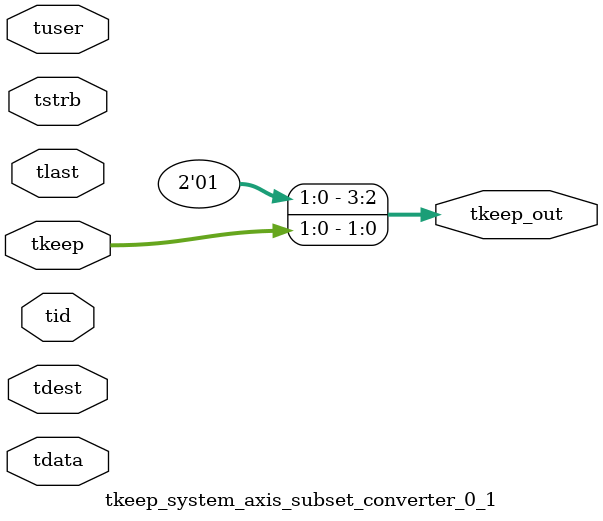
<source format=v>


`timescale 1ps/1ps

module tkeep_system_axis_subset_converter_0_1 #
(
parameter C_S_AXIS_TDATA_WIDTH = 32,
parameter C_S_AXIS_TUSER_WIDTH = 0,
parameter C_S_AXIS_TID_WIDTH   = 0,
parameter C_S_AXIS_TDEST_WIDTH = 0,
parameter C_M_AXIS_TDATA_WIDTH = 32
)
(
input  [(C_S_AXIS_TDATA_WIDTH == 0 ? 1 : C_S_AXIS_TDATA_WIDTH)-1:0     ] tdata,
input  [(C_S_AXIS_TUSER_WIDTH == 0 ? 1 : C_S_AXIS_TUSER_WIDTH)-1:0     ] tuser,
input  [(C_S_AXIS_TID_WIDTH   == 0 ? 1 : C_S_AXIS_TID_WIDTH)-1:0       ] tid,
input  [(C_S_AXIS_TDEST_WIDTH == 0 ? 1 : C_S_AXIS_TDEST_WIDTH)-1:0     ] tdest,
input  [(C_S_AXIS_TDATA_WIDTH/8)-1:0 ] tkeep,
input  [(C_S_AXIS_TDATA_WIDTH/8)-1:0 ] tstrb,
input                                                                    tlast,
output [(C_M_AXIS_TDATA_WIDTH/8)-1:0 ] tkeep_out
);

assign tkeep_out = {1'b1,tkeep[1:0]};

endmodule


</source>
